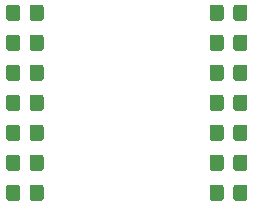
<source format=gbr>
%TF.GenerationSoftware,KiCad,Pcbnew,(5.1.7)-1*%
%TF.CreationDate,2021-01-04T21:33:55-06:00*%
%TF.ProjectId,pinballMods,70696e62-616c-46c4-9d6f-64732e6b6963,rev?*%
%TF.SameCoordinates,Original*%
%TF.FileFunction,Paste,Top*%
%TF.FilePolarity,Positive*%
%FSLAX46Y46*%
G04 Gerber Fmt 4.6, Leading zero omitted, Abs format (unit mm)*
G04 Created by KiCad (PCBNEW (5.1.7)-1) date 2021-01-04 21:33:55*
%MOMM*%
%LPD*%
G01*
G04 APERTURE LIST*
G04 APERTURE END LIST*
%TO.C,R14*%
G36*
G01*
X167770000Y-107130001D02*
X167770000Y-106229999D01*
G75*
G02*
X168019999Y-105980000I249999J0D01*
G01*
X168720001Y-105980000D01*
G75*
G02*
X168970000Y-106229999I0J-249999D01*
G01*
X168970000Y-107130001D01*
G75*
G02*
X168720001Y-107380000I-249999J0D01*
G01*
X168019999Y-107380000D01*
G75*
G02*
X167770000Y-107130001I0J249999D01*
G01*
G37*
G36*
G01*
X165770000Y-107130001D02*
X165770000Y-106229999D01*
G75*
G02*
X166019999Y-105980000I249999J0D01*
G01*
X166720001Y-105980000D01*
G75*
G02*
X166970000Y-106229999I0J-249999D01*
G01*
X166970000Y-107130001D01*
G75*
G02*
X166720001Y-107380000I-249999J0D01*
G01*
X166019999Y-107380000D01*
G75*
G02*
X165770000Y-107130001I0J249999D01*
G01*
G37*
%TD*%
%TO.C,R13*%
G36*
G01*
X167770000Y-104590001D02*
X167770000Y-103689999D01*
G75*
G02*
X168019999Y-103440000I249999J0D01*
G01*
X168720001Y-103440000D01*
G75*
G02*
X168970000Y-103689999I0J-249999D01*
G01*
X168970000Y-104590001D01*
G75*
G02*
X168720001Y-104840000I-249999J0D01*
G01*
X168019999Y-104840000D01*
G75*
G02*
X167770000Y-104590001I0J249999D01*
G01*
G37*
G36*
G01*
X165770000Y-104590001D02*
X165770000Y-103689999D01*
G75*
G02*
X166019999Y-103440000I249999J0D01*
G01*
X166720001Y-103440000D01*
G75*
G02*
X166970000Y-103689999I0J-249999D01*
G01*
X166970000Y-104590001D01*
G75*
G02*
X166720001Y-104840000I-249999J0D01*
G01*
X166019999Y-104840000D01*
G75*
G02*
X165770000Y-104590001I0J249999D01*
G01*
G37*
%TD*%
%TO.C,R12*%
G36*
G01*
X167770000Y-102050001D02*
X167770000Y-101149999D01*
G75*
G02*
X168019999Y-100900000I249999J0D01*
G01*
X168720001Y-100900000D01*
G75*
G02*
X168970000Y-101149999I0J-249999D01*
G01*
X168970000Y-102050001D01*
G75*
G02*
X168720001Y-102300000I-249999J0D01*
G01*
X168019999Y-102300000D01*
G75*
G02*
X167770000Y-102050001I0J249999D01*
G01*
G37*
G36*
G01*
X165770000Y-102050001D02*
X165770000Y-101149999D01*
G75*
G02*
X166019999Y-100900000I249999J0D01*
G01*
X166720001Y-100900000D01*
G75*
G02*
X166970000Y-101149999I0J-249999D01*
G01*
X166970000Y-102050001D01*
G75*
G02*
X166720001Y-102300000I-249999J0D01*
G01*
X166019999Y-102300000D01*
G75*
G02*
X165770000Y-102050001I0J249999D01*
G01*
G37*
%TD*%
%TO.C,R11*%
G36*
G01*
X167770000Y-99510001D02*
X167770000Y-98609999D01*
G75*
G02*
X168019999Y-98360000I249999J0D01*
G01*
X168720001Y-98360000D01*
G75*
G02*
X168970000Y-98609999I0J-249999D01*
G01*
X168970000Y-99510001D01*
G75*
G02*
X168720001Y-99760000I-249999J0D01*
G01*
X168019999Y-99760000D01*
G75*
G02*
X167770000Y-99510001I0J249999D01*
G01*
G37*
G36*
G01*
X165770000Y-99510001D02*
X165770000Y-98609999D01*
G75*
G02*
X166019999Y-98360000I249999J0D01*
G01*
X166720001Y-98360000D01*
G75*
G02*
X166970000Y-98609999I0J-249999D01*
G01*
X166970000Y-99510001D01*
G75*
G02*
X166720001Y-99760000I-249999J0D01*
G01*
X166019999Y-99760000D01*
G75*
G02*
X165770000Y-99510001I0J249999D01*
G01*
G37*
%TD*%
%TO.C,R10*%
G36*
G01*
X167770000Y-96970001D02*
X167770000Y-96069999D01*
G75*
G02*
X168019999Y-95820000I249999J0D01*
G01*
X168720001Y-95820000D01*
G75*
G02*
X168970000Y-96069999I0J-249999D01*
G01*
X168970000Y-96970001D01*
G75*
G02*
X168720001Y-97220000I-249999J0D01*
G01*
X168019999Y-97220000D01*
G75*
G02*
X167770000Y-96970001I0J249999D01*
G01*
G37*
G36*
G01*
X165770000Y-96970001D02*
X165770000Y-96069999D01*
G75*
G02*
X166019999Y-95820000I249999J0D01*
G01*
X166720001Y-95820000D01*
G75*
G02*
X166970000Y-96069999I0J-249999D01*
G01*
X166970000Y-96970001D01*
G75*
G02*
X166720001Y-97220000I-249999J0D01*
G01*
X166019999Y-97220000D01*
G75*
G02*
X165770000Y-96970001I0J249999D01*
G01*
G37*
%TD*%
%TO.C,R9*%
G36*
G01*
X167770000Y-94430001D02*
X167770000Y-93529999D01*
G75*
G02*
X168019999Y-93280000I249999J0D01*
G01*
X168720001Y-93280000D01*
G75*
G02*
X168970000Y-93529999I0J-249999D01*
G01*
X168970000Y-94430001D01*
G75*
G02*
X168720001Y-94680000I-249999J0D01*
G01*
X168019999Y-94680000D01*
G75*
G02*
X167770000Y-94430001I0J249999D01*
G01*
G37*
G36*
G01*
X165770000Y-94430001D02*
X165770000Y-93529999D01*
G75*
G02*
X166019999Y-93280000I249999J0D01*
G01*
X166720001Y-93280000D01*
G75*
G02*
X166970000Y-93529999I0J-249999D01*
G01*
X166970000Y-94430001D01*
G75*
G02*
X166720001Y-94680000I-249999J0D01*
G01*
X166019999Y-94680000D01*
G75*
G02*
X165770000Y-94430001I0J249999D01*
G01*
G37*
%TD*%
%TO.C,R8*%
G36*
G01*
X167770000Y-91890001D02*
X167770000Y-90989999D01*
G75*
G02*
X168019999Y-90740000I249999J0D01*
G01*
X168720001Y-90740000D01*
G75*
G02*
X168970000Y-90989999I0J-249999D01*
G01*
X168970000Y-91890001D01*
G75*
G02*
X168720001Y-92140000I-249999J0D01*
G01*
X168019999Y-92140000D01*
G75*
G02*
X167770000Y-91890001I0J249999D01*
G01*
G37*
G36*
G01*
X165770000Y-91890001D02*
X165770000Y-90989999D01*
G75*
G02*
X166019999Y-90740000I249999J0D01*
G01*
X166720001Y-90740000D01*
G75*
G02*
X166970000Y-90989999I0J-249999D01*
G01*
X166970000Y-91890001D01*
G75*
G02*
X166720001Y-92140000I-249999J0D01*
G01*
X166019999Y-92140000D01*
G75*
G02*
X165770000Y-91890001I0J249999D01*
G01*
G37*
%TD*%
%TO.C,R7*%
G36*
G01*
X150530000Y-107130001D02*
X150530000Y-106229999D01*
G75*
G02*
X150779999Y-105980000I249999J0D01*
G01*
X151480001Y-105980000D01*
G75*
G02*
X151730000Y-106229999I0J-249999D01*
G01*
X151730000Y-107130001D01*
G75*
G02*
X151480001Y-107380000I-249999J0D01*
G01*
X150779999Y-107380000D01*
G75*
G02*
X150530000Y-107130001I0J249999D01*
G01*
G37*
G36*
G01*
X148530000Y-107130001D02*
X148530000Y-106229999D01*
G75*
G02*
X148779999Y-105980000I249999J0D01*
G01*
X149480001Y-105980000D01*
G75*
G02*
X149730000Y-106229999I0J-249999D01*
G01*
X149730000Y-107130001D01*
G75*
G02*
X149480001Y-107380000I-249999J0D01*
G01*
X148779999Y-107380000D01*
G75*
G02*
X148530000Y-107130001I0J249999D01*
G01*
G37*
%TD*%
%TO.C,R6*%
G36*
G01*
X150530000Y-104590001D02*
X150530000Y-103689999D01*
G75*
G02*
X150779999Y-103440000I249999J0D01*
G01*
X151480001Y-103440000D01*
G75*
G02*
X151730000Y-103689999I0J-249999D01*
G01*
X151730000Y-104590001D01*
G75*
G02*
X151480001Y-104840000I-249999J0D01*
G01*
X150779999Y-104840000D01*
G75*
G02*
X150530000Y-104590001I0J249999D01*
G01*
G37*
G36*
G01*
X148530000Y-104590001D02*
X148530000Y-103689999D01*
G75*
G02*
X148779999Y-103440000I249999J0D01*
G01*
X149480001Y-103440000D01*
G75*
G02*
X149730000Y-103689999I0J-249999D01*
G01*
X149730000Y-104590001D01*
G75*
G02*
X149480001Y-104840000I-249999J0D01*
G01*
X148779999Y-104840000D01*
G75*
G02*
X148530000Y-104590001I0J249999D01*
G01*
G37*
%TD*%
%TO.C,R5*%
G36*
G01*
X150530000Y-102050001D02*
X150530000Y-101149999D01*
G75*
G02*
X150779999Y-100900000I249999J0D01*
G01*
X151480001Y-100900000D01*
G75*
G02*
X151730000Y-101149999I0J-249999D01*
G01*
X151730000Y-102050001D01*
G75*
G02*
X151480001Y-102300000I-249999J0D01*
G01*
X150779999Y-102300000D01*
G75*
G02*
X150530000Y-102050001I0J249999D01*
G01*
G37*
G36*
G01*
X148530000Y-102050001D02*
X148530000Y-101149999D01*
G75*
G02*
X148779999Y-100900000I249999J0D01*
G01*
X149480001Y-100900000D01*
G75*
G02*
X149730000Y-101149999I0J-249999D01*
G01*
X149730000Y-102050001D01*
G75*
G02*
X149480001Y-102300000I-249999J0D01*
G01*
X148779999Y-102300000D01*
G75*
G02*
X148530000Y-102050001I0J249999D01*
G01*
G37*
%TD*%
%TO.C,R4*%
G36*
G01*
X150530000Y-99510001D02*
X150530000Y-98609999D01*
G75*
G02*
X150779999Y-98360000I249999J0D01*
G01*
X151480001Y-98360000D01*
G75*
G02*
X151730000Y-98609999I0J-249999D01*
G01*
X151730000Y-99510001D01*
G75*
G02*
X151480001Y-99760000I-249999J0D01*
G01*
X150779999Y-99760000D01*
G75*
G02*
X150530000Y-99510001I0J249999D01*
G01*
G37*
G36*
G01*
X148530000Y-99510001D02*
X148530000Y-98609999D01*
G75*
G02*
X148779999Y-98360000I249999J0D01*
G01*
X149480001Y-98360000D01*
G75*
G02*
X149730000Y-98609999I0J-249999D01*
G01*
X149730000Y-99510001D01*
G75*
G02*
X149480001Y-99760000I-249999J0D01*
G01*
X148779999Y-99760000D01*
G75*
G02*
X148530000Y-99510001I0J249999D01*
G01*
G37*
%TD*%
%TO.C,R3*%
G36*
G01*
X150530000Y-96970001D02*
X150530000Y-96069999D01*
G75*
G02*
X150779999Y-95820000I249999J0D01*
G01*
X151480001Y-95820000D01*
G75*
G02*
X151730000Y-96069999I0J-249999D01*
G01*
X151730000Y-96970001D01*
G75*
G02*
X151480001Y-97220000I-249999J0D01*
G01*
X150779999Y-97220000D01*
G75*
G02*
X150530000Y-96970001I0J249999D01*
G01*
G37*
G36*
G01*
X148530000Y-96970001D02*
X148530000Y-96069999D01*
G75*
G02*
X148779999Y-95820000I249999J0D01*
G01*
X149480001Y-95820000D01*
G75*
G02*
X149730000Y-96069999I0J-249999D01*
G01*
X149730000Y-96970001D01*
G75*
G02*
X149480001Y-97220000I-249999J0D01*
G01*
X148779999Y-97220000D01*
G75*
G02*
X148530000Y-96970001I0J249999D01*
G01*
G37*
%TD*%
%TO.C,R2*%
G36*
G01*
X150530000Y-94430001D02*
X150530000Y-93529999D01*
G75*
G02*
X150779999Y-93280000I249999J0D01*
G01*
X151480001Y-93280000D01*
G75*
G02*
X151730000Y-93529999I0J-249999D01*
G01*
X151730000Y-94430001D01*
G75*
G02*
X151480001Y-94680000I-249999J0D01*
G01*
X150779999Y-94680000D01*
G75*
G02*
X150530000Y-94430001I0J249999D01*
G01*
G37*
G36*
G01*
X148530000Y-94430001D02*
X148530000Y-93529999D01*
G75*
G02*
X148779999Y-93280000I249999J0D01*
G01*
X149480001Y-93280000D01*
G75*
G02*
X149730000Y-93529999I0J-249999D01*
G01*
X149730000Y-94430001D01*
G75*
G02*
X149480001Y-94680000I-249999J0D01*
G01*
X148779999Y-94680000D01*
G75*
G02*
X148530000Y-94430001I0J249999D01*
G01*
G37*
%TD*%
%TO.C,R1*%
G36*
G01*
X150530000Y-91890001D02*
X150530000Y-90989999D01*
G75*
G02*
X150779999Y-90740000I249999J0D01*
G01*
X151480001Y-90740000D01*
G75*
G02*
X151730000Y-90989999I0J-249999D01*
G01*
X151730000Y-91890001D01*
G75*
G02*
X151480001Y-92140000I-249999J0D01*
G01*
X150779999Y-92140000D01*
G75*
G02*
X150530000Y-91890001I0J249999D01*
G01*
G37*
G36*
G01*
X148530000Y-91890001D02*
X148530000Y-90989999D01*
G75*
G02*
X148779999Y-90740000I249999J0D01*
G01*
X149480001Y-90740000D01*
G75*
G02*
X149730000Y-90989999I0J-249999D01*
G01*
X149730000Y-91890001D01*
G75*
G02*
X149480001Y-92140000I-249999J0D01*
G01*
X148779999Y-92140000D01*
G75*
G02*
X148530000Y-91890001I0J249999D01*
G01*
G37*
%TD*%
M02*

</source>
